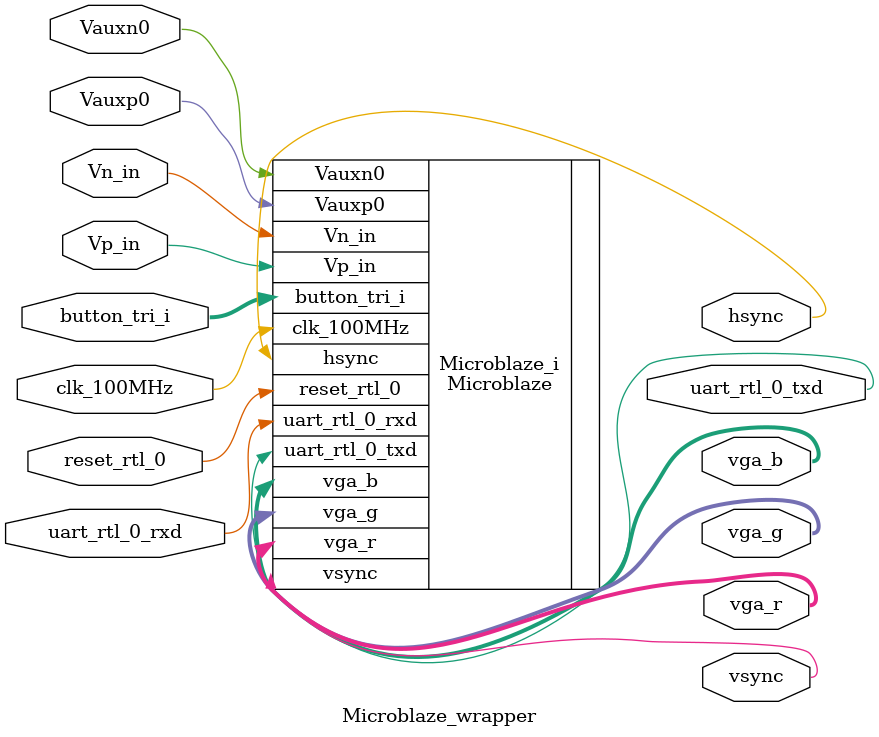
<source format=v>
`timescale 1 ps / 1 ps

module Microblaze_wrapper
   (Vauxn0,
    Vauxp0,
    Vn_in,
    Vp_in,
    button_tri_i,
    clk_100MHz,
    hsync,
    reset_rtl_0,
    uart_rtl_0_rxd,
    uart_rtl_0_txd,
    vga_b,
    vga_g,
    vga_r,
    vsync);
  input Vauxn0;
  input Vauxp0;
  input Vn_in;
  input Vp_in;
  input [4:0]button_tri_i;
  input clk_100MHz;
  output hsync;
  input reset_rtl_0;
  input uart_rtl_0_rxd;
  output uart_rtl_0_txd;
  output [3:0]vga_b;
  output [3:0]vga_g;
  output [3:0]vga_r;
  output vsync;

  wire Vauxn0;
  wire Vauxp0;
  wire Vn_in;
  wire Vp_in;
  wire [4:0]button_tri_i;
  wire clk_100MHz;
  wire hsync;
  wire reset_rtl_0;
  wire uart_rtl_0_rxd;
  wire uart_rtl_0_txd;
  wire [3:0]vga_b;
  wire [3:0]vga_g;
  wire [3:0]vga_r;
  wire vsync;

  Microblaze Microblaze_i
       (.Vauxn0(Vauxn0),
        .Vauxp0(Vauxp0),
        .Vn_in(Vn_in),
        .Vp_in(Vp_in),
        .button_tri_i(button_tri_i),
        .clk_100MHz(clk_100MHz),
        .hsync(hsync),
        .reset_rtl_0(reset_rtl_0),
        .uart_rtl_0_rxd(uart_rtl_0_rxd),
        .uart_rtl_0_txd(uart_rtl_0_txd),
        .vga_b(vga_b),
        .vga_g(vga_g),
        .vga_r(vga_r),
        .vsync(vsync));
endmodule

</source>
